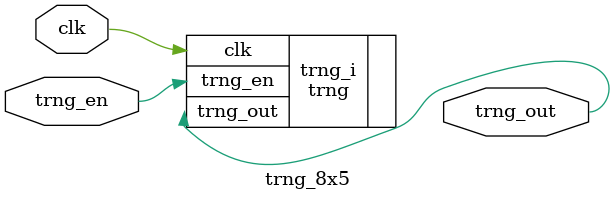
<source format=sv>


`default_nettype none

module trng_8x5 (
    input  clk,     // Sampling clock
    input  trng_en, // Enable all ring oscillators
    output trng_out // Output of the trng
);

    localparam NUM_OSCILLATORS = 8;
    localparam NUM_INVERTER = 5;

    trng #(
        .NUM_INVERTER       (NUM_INVERTER),
        .NUM_OSCILLATORS    (NUM_OSCILLATORS)
    ) trng_i (
        .clk        (clk),
        .trng_en    (trng_en),
        .trng_out   (trng_out)
    );

endmodule

</source>
